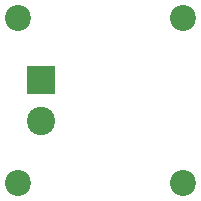
<source format=gbs>
G04 #@! TF.GenerationSoftware,KiCad,Pcbnew,6.0.10+dfsg-1~bpo11+1*
G04 #@! TF.CreationDate,2023-02-10T23:45:53+00:00*
G04 #@! TF.ProjectId,kicad-automation-test,6b696361-642d-4617-9574-6f6d6174696f,rev?*
G04 #@! TF.SameCoordinates,Original*
G04 #@! TF.FileFunction,Soldermask,Bot*
G04 #@! TF.FilePolarity,Negative*
%FSLAX46Y46*%
G04 Gerber Fmt 4.6, Leading zero omitted, Abs format (unit mm)*
G04 Created by KiCad (PCBNEW 6.0.10+dfsg-1~bpo11+1) date 2023-02-10 23:45:53*
%MOMM*%
%LPD*%
G01*
G04 APERTURE LIST*
%ADD10R,2.400000X2.400000*%
%ADD11C,2.400000*%
%ADD12C,2.200000*%
G04 APERTURE END LIST*
D10*
X136000000Y-88250000D03*
D11*
X136000000Y-91750000D03*
D12*
X148000000Y-83000000D03*
X148000000Y-97000000D03*
X134000000Y-83000000D03*
X134000000Y-97000000D03*
M02*

</source>
